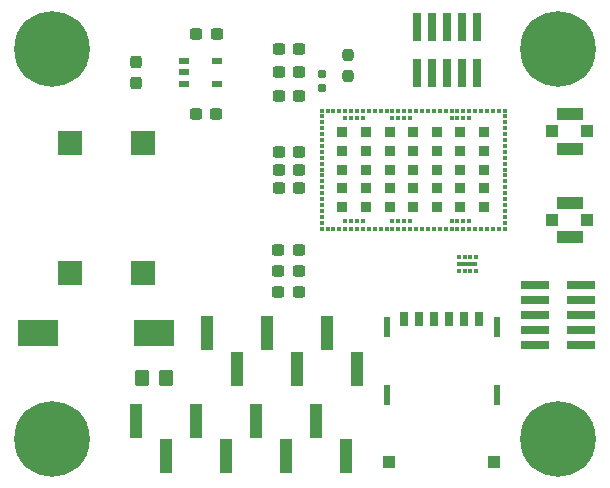
<source format=gts>
%TF.GenerationSoftware,KiCad,Pcbnew,(7.0.0)*%
%TF.CreationDate,2023-05-09T15:07:27+03:00*%
%TF.ProjectId,IoT_sulari,496f545f-7375-46c6-9172-692e6b696361,rev?*%
%TF.SameCoordinates,Original*%
%TF.FileFunction,Soldermask,Top*%
%TF.FilePolarity,Negative*%
%FSLAX46Y46*%
G04 Gerber Fmt 4.6, Leading zero omitted, Abs format (unit mm)*
G04 Created by KiCad (PCBNEW (7.0.0)) date 2023-05-09 15:07:27*
%MOMM*%
%LPD*%
G01*
G04 APERTURE LIST*
G04 Aperture macros list*
%AMRoundRect*
0 Rectangle with rounded corners*
0 $1 Rounding radius*
0 $2 $3 $4 $5 $6 $7 $8 $9 X,Y pos of 4 corners*
0 Add a 4 corners polygon primitive as box body*
4,1,4,$2,$3,$4,$5,$6,$7,$8,$9,$2,$3,0*
0 Add four circle primitives for the rounded corners*
1,1,$1+$1,$2,$3*
1,1,$1+$1,$4,$5*
1,1,$1+$1,$6,$7*
1,1,$1+$1,$8,$9*
0 Add four rect primitives between the rounded corners*
20,1,$1+$1,$2,$3,$4,$5,0*
20,1,$1+$1,$4,$5,$6,$7,0*
20,1,$1+$1,$6,$7,$8,$9,0*
20,1,$1+$1,$8,$9,$2,$3,0*%
G04 Aperture macros list end*
%ADD10R,1.000000X1.000000*%
%ADD11R,2.200000X1.050000*%
%ADD12R,0.972299X0.508000*%
%ADD13RoundRect,0.237500X-0.237500X0.300000X-0.237500X-0.300000X0.237500X-0.300000X0.237500X0.300000X0*%
%ADD14RoundRect,0.237500X0.300000X0.237500X-0.300000X0.237500X-0.300000X-0.237500X0.300000X-0.237500X0*%
%ADD15RoundRect,0.237500X-0.237500X0.250000X-0.237500X-0.250000X0.237500X-0.250000X0.237500X0.250000X0*%
%ADD16C,0.800000*%
%ADD17C,6.400000*%
%ADD18R,3.350000X2.160000*%
%ADD19R,1.000000X3.000000*%
%ADD20R,0.482600X1.803400*%
%ADD21R,1.030000X0.990600*%
%ADD22R,0.660400X1.295400*%
%ADD23RoundRect,0.250000X-0.350000X-0.450000X0.350000X-0.450000X0.350000X0.450000X-0.350000X0.450000X0*%
%ADD24RoundRect,0.160000X0.160000X-0.197500X0.160000X0.197500X-0.160000X0.197500X-0.160000X-0.197500X0*%
%ADD25R,0.300000X0.380000*%
%ADD26R,1.700000X0.400000*%
%ADD27R,2.006600X2.006600*%
%ADD28R,2.387600X0.762000*%
%ADD29R,0.762000X2.387600*%
%ADD30R,0.304800X0.304800*%
%ADD31R,0.812800X0.812800*%
G04 APERTURE END LIST*
D10*
%TO.C,J1*%
X138499999Y-45999999D03*
D11*
X139999999Y-47474999D03*
D10*
X141499999Y-45999999D03*
D11*
X139999999Y-44524999D03*
%TD*%
D12*
%TO.C,U20*%
X107387548Y-40049998D03*
X107387548Y-40999999D03*
X107387548Y-41950000D03*
X110112450Y-41950000D03*
X110112450Y-40049998D03*
%TD*%
D13*
%TO.C,C20*%
X103300000Y-40137500D03*
X103300000Y-41862500D03*
%TD*%
D14*
%TO.C,C22*%
X110095802Y-44500000D03*
X108370802Y-44500000D03*
%TD*%
D15*
%TO.C,R1*%
X121200000Y-39487500D03*
X121200000Y-41312500D03*
%TD*%
D16*
%TO.C,H4*%
X93800000Y-72000000D03*
X94502944Y-70302944D03*
X94502944Y-73697056D03*
X96200000Y-69600000D03*
D17*
X96200000Y-72000000D03*
D16*
X96200000Y-74400000D03*
X97897056Y-70302944D03*
X97897056Y-73697056D03*
X98600000Y-72000000D03*
%TD*%
D18*
%TO.C,SW1*%
X94974999Y-63099999D03*
X104824999Y-63099999D03*
%TD*%
D19*
%TO.C,J7*%
X121999999Y-66099999D03*
X119459999Y-63099999D03*
X116919999Y-66099999D03*
X114379999Y-63099999D03*
X111839999Y-66099999D03*
X109299999Y-63099999D03*
%TD*%
D20*
%TO.C,J40*%
X124500035Y-62529999D03*
X133829963Y-62529999D03*
X124499999Y-68279998D03*
X133829999Y-68279998D03*
D21*
X124699999Y-73999999D03*
X133629999Y-73999999D03*
D22*
X131069999Y-61859998D03*
X128529999Y-61859998D03*
X127259999Y-61859998D03*
X132339999Y-61859998D03*
X129799999Y-61859998D03*
X125989999Y-61859998D03*
%TD*%
D23*
%TO.C,JMPR*%
X103800000Y-66900000D03*
X105800000Y-66900000D03*
%TD*%
D19*
%TO.C,J5*%
X103259999Y-70499999D03*
X105799999Y-73499999D03*
X108339999Y-70499999D03*
X110879999Y-73499999D03*
X113419999Y-70499999D03*
X115959999Y-73499999D03*
X118499999Y-70499999D03*
X121039999Y-73499999D03*
%TD*%
D14*
%TO.C,C7*%
X117112500Y-47750000D03*
X115387500Y-47750000D03*
%TD*%
D16*
%TO.C,H1*%
X93800000Y-39000000D03*
X94502944Y-37302944D03*
X94502944Y-40697056D03*
X96200000Y-36600000D03*
D17*
X96200000Y-39000000D03*
D16*
X96200000Y-41400000D03*
X97897056Y-37302944D03*
X97897056Y-40697056D03*
X98600000Y-39000000D03*
%TD*%
D14*
%TO.C,C4*%
X117062500Y-56062500D03*
X115337500Y-56062500D03*
%TD*%
%TO.C,C6*%
X117053218Y-59562500D03*
X115328218Y-59562500D03*
%TD*%
%TO.C,C5*%
X117062500Y-57812500D03*
X115337500Y-57812500D03*
%TD*%
D24*
%TO.C,FB1*%
X119000000Y-42347500D03*
X119000000Y-41152500D03*
%TD*%
D25*
%TO.C,U40*%
X130599999Y-57820001D03*
X131100000Y-57820001D03*
X131600000Y-57820001D03*
X132100001Y-57820001D03*
X132100001Y-56599999D03*
X131600000Y-56599999D03*
X131100000Y-56599999D03*
X130599999Y-56599999D03*
D26*
X131350000Y-57210000D03*
%TD*%
D14*
%TO.C,C8*%
X117112500Y-49250000D03*
X115387500Y-49250000D03*
%TD*%
D27*
%TO.C,J20*%
X97699999Y-47000001D03*
X97699999Y-57999999D03*
X103849999Y-57999999D03*
X103849999Y-47000001D03*
%TD*%
D10*
%TO.C,J2*%
X138499999Y-53499999D03*
D11*
X139999999Y-54974999D03*
D10*
X141499999Y-53499999D03*
D11*
X139999999Y-52024999D03*
%TD*%
D14*
%TO.C,C2*%
X117112500Y-41000000D03*
X115387500Y-41000000D03*
%TD*%
%TO.C,C21*%
X110112451Y-37750000D03*
X108387451Y-37750000D03*
%TD*%
%TO.C,C1*%
X117112500Y-43000000D03*
X115387500Y-43000000D03*
%TD*%
D28*
%TO.C,J3*%
X140950000Y-64039999D03*
X137049998Y-64039999D03*
X140950000Y-62769999D03*
X137049998Y-62769999D03*
X140950000Y-61499999D03*
X137049998Y-61499999D03*
X140950000Y-60229999D03*
X137049998Y-60229999D03*
X140950000Y-58959999D03*
X137049998Y-58959999D03*
%TD*%
D14*
%TO.C,C9*%
X117112500Y-50800000D03*
X115387500Y-50800000D03*
%TD*%
%TO.C,C3*%
X117112500Y-39000000D03*
X115387500Y-39000000D03*
%TD*%
D16*
%TO.C,H2*%
X136600000Y-39000000D03*
X137302944Y-37302944D03*
X137302944Y-40697056D03*
X139000000Y-36600000D03*
D17*
X139000000Y-39000000D03*
D16*
X139000000Y-41400000D03*
X140697056Y-37302944D03*
X140697056Y-40697056D03*
X141400000Y-39000000D03*
%TD*%
%TO.C,H3*%
X136600000Y-72000000D03*
X137302944Y-70302944D03*
X137302944Y-73697056D03*
X139000000Y-69600000D03*
D17*
X139000000Y-72000000D03*
D16*
X139000000Y-74400000D03*
X140697056Y-70302944D03*
X140697056Y-73697056D03*
X141400000Y-72000000D03*
%TD*%
D29*
%TO.C,J4*%
X127059999Y-41050000D03*
X127059999Y-37149998D03*
X128329999Y-41050000D03*
X128329999Y-37149998D03*
X129599999Y-41050000D03*
X129599999Y-37149998D03*
X130869999Y-41050000D03*
X130869999Y-37149998D03*
X132139999Y-41050000D03*
X132139999Y-37149998D03*
%TD*%
D30*
%TO.C,U2*%
X118999999Y-44224999D03*
X118999999Y-44724998D03*
X118999999Y-45224999D03*
X118999999Y-45724998D03*
X118999999Y-46225000D03*
X118999999Y-46724999D03*
X118999999Y-47224998D03*
X118999999Y-47724999D03*
X118999999Y-48224998D03*
X118999999Y-48725000D03*
X118999999Y-49224999D03*
X118999999Y-49724998D03*
X118999999Y-50225000D03*
X118999999Y-50724999D03*
X118999999Y-51225000D03*
X118999999Y-51724999D03*
X118999999Y-52224998D03*
X118999999Y-52725000D03*
X118999999Y-53224999D03*
X118999999Y-53725000D03*
X118999999Y-54224999D03*
X119499998Y-54224999D03*
X120000000Y-54224999D03*
X120499999Y-54224999D03*
X120999998Y-54224999D03*
X121499999Y-54224999D03*
X121999998Y-54224999D03*
X122500000Y-54224999D03*
X122999999Y-54224999D03*
X123499998Y-54224999D03*
X123999999Y-54224999D03*
X124499998Y-54224999D03*
X125000000Y-54224999D03*
X125499999Y-54224999D03*
X125999998Y-54224999D03*
X126499999Y-54224999D03*
X126999999Y-54224999D03*
X127500000Y-54224999D03*
X127999999Y-54224999D03*
X128499998Y-54224999D03*
X129000000Y-54224999D03*
X129499999Y-54224999D03*
X130000000Y-54224999D03*
X130499999Y-54224999D03*
X130999998Y-54224999D03*
X131500000Y-54224999D03*
X131999999Y-54224999D03*
X132500000Y-54224999D03*
X132999999Y-54224999D03*
X133499998Y-54224999D03*
X134000000Y-54224999D03*
X134499999Y-54224999D03*
X134499999Y-53725000D03*
X134499999Y-53224999D03*
X134499999Y-52725000D03*
X134499999Y-52224998D03*
X134499999Y-51724999D03*
X134499999Y-51225000D03*
X134499999Y-50724999D03*
X134499999Y-50225000D03*
X134499999Y-49724998D03*
X134499999Y-49224999D03*
X134499999Y-48725000D03*
X134499999Y-48224998D03*
X134499999Y-47724999D03*
X134499999Y-47224998D03*
X134499999Y-46724999D03*
X134499999Y-46225000D03*
X134499999Y-45724998D03*
X134499999Y-45224999D03*
X134499999Y-44725000D03*
X134499999Y-44224999D03*
X134000000Y-44224999D03*
X133499998Y-44224999D03*
X132999999Y-44224999D03*
X132500000Y-44224999D03*
X131999999Y-44224999D03*
X131500000Y-44224999D03*
X130999998Y-44224999D03*
X130499999Y-44224999D03*
X130000000Y-44224999D03*
X129499999Y-44224999D03*
X129000000Y-44224999D03*
X128499998Y-44224999D03*
X127999999Y-44224999D03*
X127500000Y-44224999D03*
X126999999Y-44224999D03*
X126499999Y-44224999D03*
X125999998Y-44224999D03*
X125499999Y-44224999D03*
X125000000Y-44224999D03*
X124499998Y-44224999D03*
X123999999Y-44224999D03*
X123499998Y-44224999D03*
X122999999Y-44224999D03*
X122500000Y-44224999D03*
X121999998Y-44224999D03*
X121499999Y-44224999D03*
X120999998Y-44224999D03*
X120499999Y-44224999D03*
X120000000Y-44224999D03*
X119499998Y-44224999D03*
D31*
X120749999Y-46024999D03*
X120749999Y-47624999D03*
X120749999Y-49224999D03*
X120749999Y-50824999D03*
X120749999Y-52424999D03*
X122749999Y-46024999D03*
X122749999Y-47624999D03*
X122749999Y-49224999D03*
X122749999Y-50824999D03*
X122749999Y-52424999D03*
X124749999Y-46024999D03*
X124749999Y-47624999D03*
X124749999Y-49224999D03*
X124749999Y-50824999D03*
X124749999Y-52424999D03*
X126749999Y-46024999D03*
X126749999Y-47624999D03*
X126749999Y-49224999D03*
X126749999Y-50824999D03*
X126749999Y-52424999D03*
X128749999Y-46024999D03*
X128749999Y-47624999D03*
X128749999Y-49224999D03*
X128749999Y-50824999D03*
X128749999Y-52424999D03*
X130749999Y-46024999D03*
X130749999Y-47624999D03*
X130749999Y-49224999D03*
X130749999Y-50824999D03*
X130749999Y-52424999D03*
X132749999Y-46024999D03*
X132749999Y-47624999D03*
X132749999Y-49224999D03*
X132749999Y-50824999D03*
X132749999Y-52424999D03*
D30*
X120999998Y-53574999D03*
X121499999Y-53574999D03*
X121999998Y-53574999D03*
X122500000Y-53574999D03*
X125000000Y-53574999D03*
X125499999Y-53574999D03*
X125999998Y-53574999D03*
X126499999Y-53574999D03*
X130000000Y-53574999D03*
X130499999Y-53574999D03*
X130999998Y-53574999D03*
X131500000Y-53574999D03*
X131500000Y-44874999D03*
X130999998Y-44874999D03*
X130499999Y-44874999D03*
X130000000Y-44874999D03*
X126499999Y-44874999D03*
X125999998Y-44874999D03*
X125499999Y-44874999D03*
X125000000Y-44874999D03*
X122500000Y-44874999D03*
X121999998Y-44874999D03*
X121499999Y-44874999D03*
X120999998Y-44874999D03*
%TD*%
M02*

</source>
